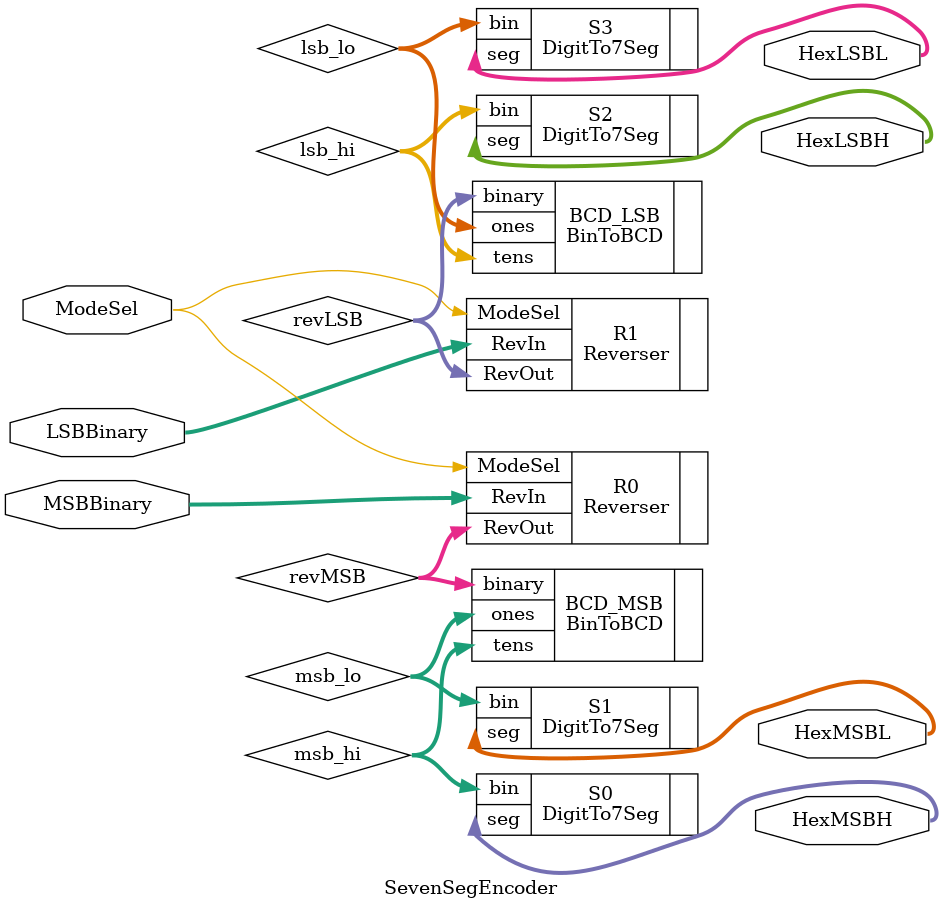
<source format=v>
module SevenSegEncoder (
	
	input [7:0] LSBBinary,	//The LSB binary value input
	input [7:0] MSBBinary,	//The MSB bianry value input
	input ModeSel,				//Control signal for the interal Reverser
	
	output [6:0] HexMSBH,	//The 7-Seg display Signal for higer-digit in MSB
	output [6:0] HexMSBL,	//The 7-Seg display Signal for lower-digit in MSB
	output [6:0] HexLSBH,	//The 7-Seg display Signal for higer-digit in LSB
	output [6:0] HexLSBL		//The 7-Seg display Signal for lower-digit in LSB
	

);

    wire [7:0] revMSB, revLSB;
    wire [3:0] msb_hi, msb_lo;
    wire [3:0] lsb_hi, lsb_lo;

    // Mode-dependent reversal
    Reverser R0 (.RevIn(MSBBinary), .ModeSel(ModeSel), .RevOut(revMSB));
    Reverser R1 (.RevIn(LSBBinary), .ModeSel(ModeSel), .RevOut(revLSB));

    // Binary to BCD
    BinToBCD BCD_MSB (.binary(revMSB), .tens(msb_hi), .ones(msb_lo));
    BinToBCD BCD_LSB (.binary(revLSB), .tens(lsb_hi), .ones(lsb_lo));

    // BCD digit to 7-segment
    DigitTo7Seg S0 (.bin(msb_hi), .seg(HexMSBH));
    DigitTo7Seg S1 (.bin(msb_lo), .seg(HexMSBL));
    DigitTo7Seg S2 (.bin(lsb_hi), .seg(HexLSBH));
    DigitTo7Seg S3 (.bin(lsb_lo), .seg(HexLSBL));

endmodule
</source>
